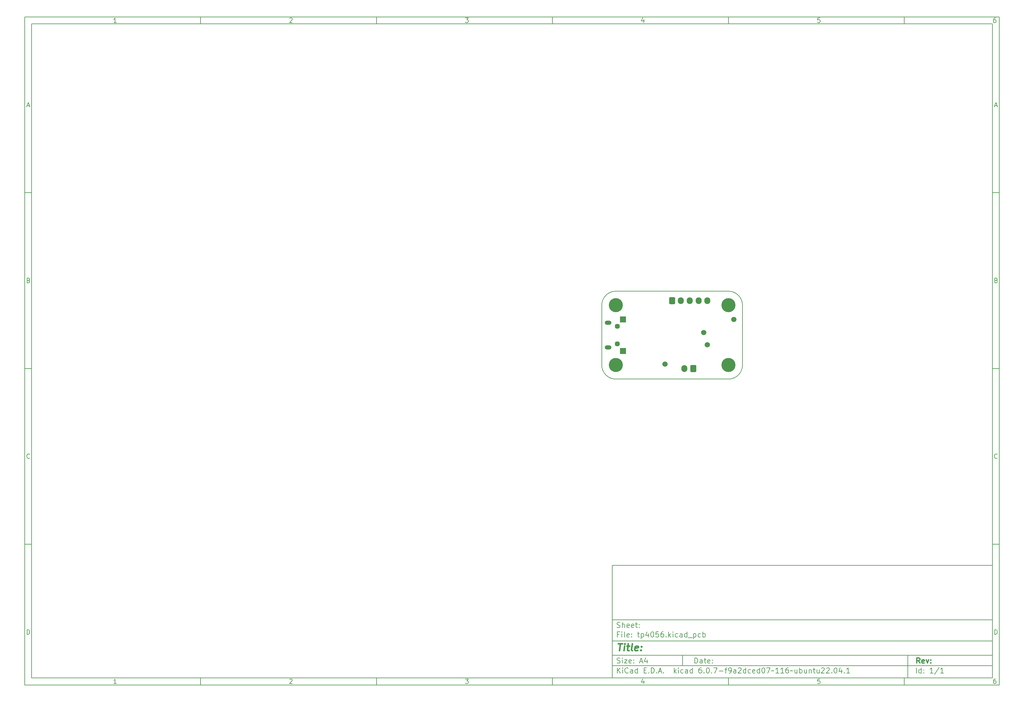
<source format=gbr>
%TF.GenerationSoftware,KiCad,Pcbnew,6.0.7-f9a2dced07~116~ubuntu22.04.1*%
%TF.CreationDate,2022-09-07T10:58:27-03:00*%
%TF.ProjectId,tp4056,74703430-3536-42e6-9b69-6361645f7063,rev?*%
%TF.SameCoordinates,Original*%
%TF.FileFunction,Soldermask,Bot*%
%TF.FilePolarity,Negative*%
%FSLAX46Y46*%
G04 Gerber Fmt 4.6, Leading zero omitted, Abs format (unit mm)*
G04 Created by KiCad (PCBNEW 6.0.7-f9a2dced07~116~ubuntu22.04.1) date 2022-09-07 10:58:27*
%MOMM*%
%LPD*%
G01*
G04 APERTURE LIST*
G04 Aperture macros list*
%AMRoundRect*
0 Rectangle with rounded corners*
0 $1 Rounding radius*
0 $2 $3 $4 $5 $6 $7 $8 $9 X,Y pos of 4 corners*
0 Add a 4 corners polygon primitive as box body*
4,1,4,$2,$3,$4,$5,$6,$7,$8,$9,$2,$3,0*
0 Add four circle primitives for the rounded corners*
1,1,$1+$1,$2,$3*
1,1,$1+$1,$4,$5*
1,1,$1+$1,$6,$7*
1,1,$1+$1,$8,$9*
0 Add four rect primitives between the rounded corners*
20,1,$1+$1,$2,$3,$4,$5,0*
20,1,$1+$1,$4,$5,$6,$7,0*
20,1,$1+$1,$6,$7,$8,$9,0*
20,1,$1+$1,$8,$9,$2,$3,0*%
G04 Aperture macros list end*
%ADD10C,0.100000*%
%ADD11C,0.150000*%
%ADD12C,0.300000*%
%ADD13C,0.400000*%
%TA.AperFunction,Profile*%
%ADD14C,0.150000*%
%TD*%
%ADD15O,1.900000X1.200000*%
%ADD16C,1.450000*%
%ADD17RoundRect,0.250000X-0.600000X-0.725000X0.600000X-0.725000X0.600000X0.725000X-0.600000X0.725000X0*%
%ADD18O,1.700000X1.950000*%
%ADD19R,1.700000X1.700000*%
%ADD20RoundRect,0.250000X0.600000X0.750000X-0.600000X0.750000X-0.600000X-0.750000X0.600000X-0.750000X0*%
%ADD21O,1.700000X2.000000*%
%ADD22C,4.000000*%
%ADD23C,1.500000*%
G04 APERTURE END LIST*
D10*
D11*
X177002200Y-166007200D02*
X177002200Y-198007200D01*
X285002200Y-198007200D01*
X285002200Y-166007200D01*
X177002200Y-166007200D01*
D10*
D11*
X10000000Y-10000000D02*
X10000000Y-200007200D01*
X287002200Y-200007200D01*
X287002200Y-10000000D01*
X10000000Y-10000000D01*
D10*
D11*
X12000000Y-12000000D02*
X12000000Y-198007200D01*
X285002200Y-198007200D01*
X285002200Y-12000000D01*
X12000000Y-12000000D01*
D10*
D11*
X60000000Y-12000000D02*
X60000000Y-10000000D01*
D10*
D11*
X110000000Y-12000000D02*
X110000000Y-10000000D01*
D10*
D11*
X160000000Y-12000000D02*
X160000000Y-10000000D01*
D10*
D11*
X210000000Y-12000000D02*
X210000000Y-10000000D01*
D10*
D11*
X260000000Y-12000000D02*
X260000000Y-10000000D01*
D10*
D11*
X36065476Y-11588095D02*
X35322619Y-11588095D01*
X35694047Y-11588095D02*
X35694047Y-10288095D01*
X35570238Y-10473809D01*
X35446428Y-10597619D01*
X35322619Y-10659523D01*
D10*
D11*
X85322619Y-10411904D02*
X85384523Y-10350000D01*
X85508333Y-10288095D01*
X85817857Y-10288095D01*
X85941666Y-10350000D01*
X86003571Y-10411904D01*
X86065476Y-10535714D01*
X86065476Y-10659523D01*
X86003571Y-10845238D01*
X85260714Y-11588095D01*
X86065476Y-11588095D01*
D10*
D11*
X135260714Y-10288095D02*
X136065476Y-10288095D01*
X135632142Y-10783333D01*
X135817857Y-10783333D01*
X135941666Y-10845238D01*
X136003571Y-10907142D01*
X136065476Y-11030952D01*
X136065476Y-11340476D01*
X136003571Y-11464285D01*
X135941666Y-11526190D01*
X135817857Y-11588095D01*
X135446428Y-11588095D01*
X135322619Y-11526190D01*
X135260714Y-11464285D01*
D10*
D11*
X185941666Y-10721428D02*
X185941666Y-11588095D01*
X185632142Y-10226190D02*
X185322619Y-11154761D01*
X186127380Y-11154761D01*
D10*
D11*
X236003571Y-10288095D02*
X235384523Y-10288095D01*
X235322619Y-10907142D01*
X235384523Y-10845238D01*
X235508333Y-10783333D01*
X235817857Y-10783333D01*
X235941666Y-10845238D01*
X236003571Y-10907142D01*
X236065476Y-11030952D01*
X236065476Y-11340476D01*
X236003571Y-11464285D01*
X235941666Y-11526190D01*
X235817857Y-11588095D01*
X235508333Y-11588095D01*
X235384523Y-11526190D01*
X235322619Y-11464285D01*
D10*
D11*
X285941666Y-10288095D02*
X285694047Y-10288095D01*
X285570238Y-10350000D01*
X285508333Y-10411904D01*
X285384523Y-10597619D01*
X285322619Y-10845238D01*
X285322619Y-11340476D01*
X285384523Y-11464285D01*
X285446428Y-11526190D01*
X285570238Y-11588095D01*
X285817857Y-11588095D01*
X285941666Y-11526190D01*
X286003571Y-11464285D01*
X286065476Y-11340476D01*
X286065476Y-11030952D01*
X286003571Y-10907142D01*
X285941666Y-10845238D01*
X285817857Y-10783333D01*
X285570238Y-10783333D01*
X285446428Y-10845238D01*
X285384523Y-10907142D01*
X285322619Y-11030952D01*
D10*
D11*
X60000000Y-198007200D02*
X60000000Y-200007200D01*
D10*
D11*
X110000000Y-198007200D02*
X110000000Y-200007200D01*
D10*
D11*
X160000000Y-198007200D02*
X160000000Y-200007200D01*
D10*
D11*
X210000000Y-198007200D02*
X210000000Y-200007200D01*
D10*
D11*
X260000000Y-198007200D02*
X260000000Y-200007200D01*
D10*
D11*
X36065476Y-199595295D02*
X35322619Y-199595295D01*
X35694047Y-199595295D02*
X35694047Y-198295295D01*
X35570238Y-198481009D01*
X35446428Y-198604819D01*
X35322619Y-198666723D01*
D10*
D11*
X85322619Y-198419104D02*
X85384523Y-198357200D01*
X85508333Y-198295295D01*
X85817857Y-198295295D01*
X85941666Y-198357200D01*
X86003571Y-198419104D01*
X86065476Y-198542914D01*
X86065476Y-198666723D01*
X86003571Y-198852438D01*
X85260714Y-199595295D01*
X86065476Y-199595295D01*
D10*
D11*
X135260714Y-198295295D02*
X136065476Y-198295295D01*
X135632142Y-198790533D01*
X135817857Y-198790533D01*
X135941666Y-198852438D01*
X136003571Y-198914342D01*
X136065476Y-199038152D01*
X136065476Y-199347676D01*
X136003571Y-199471485D01*
X135941666Y-199533390D01*
X135817857Y-199595295D01*
X135446428Y-199595295D01*
X135322619Y-199533390D01*
X135260714Y-199471485D01*
D10*
D11*
X185941666Y-198728628D02*
X185941666Y-199595295D01*
X185632142Y-198233390D02*
X185322619Y-199161961D01*
X186127380Y-199161961D01*
D10*
D11*
X236003571Y-198295295D02*
X235384523Y-198295295D01*
X235322619Y-198914342D01*
X235384523Y-198852438D01*
X235508333Y-198790533D01*
X235817857Y-198790533D01*
X235941666Y-198852438D01*
X236003571Y-198914342D01*
X236065476Y-199038152D01*
X236065476Y-199347676D01*
X236003571Y-199471485D01*
X235941666Y-199533390D01*
X235817857Y-199595295D01*
X235508333Y-199595295D01*
X235384523Y-199533390D01*
X235322619Y-199471485D01*
D10*
D11*
X285941666Y-198295295D02*
X285694047Y-198295295D01*
X285570238Y-198357200D01*
X285508333Y-198419104D01*
X285384523Y-198604819D01*
X285322619Y-198852438D01*
X285322619Y-199347676D01*
X285384523Y-199471485D01*
X285446428Y-199533390D01*
X285570238Y-199595295D01*
X285817857Y-199595295D01*
X285941666Y-199533390D01*
X286003571Y-199471485D01*
X286065476Y-199347676D01*
X286065476Y-199038152D01*
X286003571Y-198914342D01*
X285941666Y-198852438D01*
X285817857Y-198790533D01*
X285570238Y-198790533D01*
X285446428Y-198852438D01*
X285384523Y-198914342D01*
X285322619Y-199038152D01*
D10*
D11*
X10000000Y-60000000D02*
X12000000Y-60000000D01*
D10*
D11*
X10000000Y-110000000D02*
X12000000Y-110000000D01*
D10*
D11*
X10000000Y-160000000D02*
X12000000Y-160000000D01*
D10*
D11*
X10690476Y-35216666D02*
X11309523Y-35216666D01*
X10566666Y-35588095D02*
X11000000Y-34288095D01*
X11433333Y-35588095D01*
D10*
D11*
X11092857Y-84907142D02*
X11278571Y-84969047D01*
X11340476Y-85030952D01*
X11402380Y-85154761D01*
X11402380Y-85340476D01*
X11340476Y-85464285D01*
X11278571Y-85526190D01*
X11154761Y-85588095D01*
X10659523Y-85588095D01*
X10659523Y-84288095D01*
X11092857Y-84288095D01*
X11216666Y-84350000D01*
X11278571Y-84411904D01*
X11340476Y-84535714D01*
X11340476Y-84659523D01*
X11278571Y-84783333D01*
X11216666Y-84845238D01*
X11092857Y-84907142D01*
X10659523Y-84907142D01*
D10*
D11*
X11402380Y-135464285D02*
X11340476Y-135526190D01*
X11154761Y-135588095D01*
X11030952Y-135588095D01*
X10845238Y-135526190D01*
X10721428Y-135402380D01*
X10659523Y-135278571D01*
X10597619Y-135030952D01*
X10597619Y-134845238D01*
X10659523Y-134597619D01*
X10721428Y-134473809D01*
X10845238Y-134350000D01*
X11030952Y-134288095D01*
X11154761Y-134288095D01*
X11340476Y-134350000D01*
X11402380Y-134411904D01*
D10*
D11*
X10659523Y-185588095D02*
X10659523Y-184288095D01*
X10969047Y-184288095D01*
X11154761Y-184350000D01*
X11278571Y-184473809D01*
X11340476Y-184597619D01*
X11402380Y-184845238D01*
X11402380Y-185030952D01*
X11340476Y-185278571D01*
X11278571Y-185402380D01*
X11154761Y-185526190D01*
X10969047Y-185588095D01*
X10659523Y-185588095D01*
D10*
D11*
X287002200Y-60000000D02*
X285002200Y-60000000D01*
D10*
D11*
X287002200Y-110000000D02*
X285002200Y-110000000D01*
D10*
D11*
X287002200Y-160000000D02*
X285002200Y-160000000D01*
D10*
D11*
X285692676Y-35216666D02*
X286311723Y-35216666D01*
X285568866Y-35588095D02*
X286002200Y-34288095D01*
X286435533Y-35588095D01*
D10*
D11*
X286095057Y-84907142D02*
X286280771Y-84969047D01*
X286342676Y-85030952D01*
X286404580Y-85154761D01*
X286404580Y-85340476D01*
X286342676Y-85464285D01*
X286280771Y-85526190D01*
X286156961Y-85588095D01*
X285661723Y-85588095D01*
X285661723Y-84288095D01*
X286095057Y-84288095D01*
X286218866Y-84350000D01*
X286280771Y-84411904D01*
X286342676Y-84535714D01*
X286342676Y-84659523D01*
X286280771Y-84783333D01*
X286218866Y-84845238D01*
X286095057Y-84907142D01*
X285661723Y-84907142D01*
D10*
D11*
X286404580Y-135464285D02*
X286342676Y-135526190D01*
X286156961Y-135588095D01*
X286033152Y-135588095D01*
X285847438Y-135526190D01*
X285723628Y-135402380D01*
X285661723Y-135278571D01*
X285599819Y-135030952D01*
X285599819Y-134845238D01*
X285661723Y-134597619D01*
X285723628Y-134473809D01*
X285847438Y-134350000D01*
X286033152Y-134288095D01*
X286156961Y-134288095D01*
X286342676Y-134350000D01*
X286404580Y-134411904D01*
D10*
D11*
X285661723Y-185588095D02*
X285661723Y-184288095D01*
X285971247Y-184288095D01*
X286156961Y-184350000D01*
X286280771Y-184473809D01*
X286342676Y-184597619D01*
X286404580Y-184845238D01*
X286404580Y-185030952D01*
X286342676Y-185278571D01*
X286280771Y-185402380D01*
X286156961Y-185526190D01*
X285971247Y-185588095D01*
X285661723Y-185588095D01*
D10*
D11*
X200434342Y-193785771D02*
X200434342Y-192285771D01*
X200791485Y-192285771D01*
X201005771Y-192357200D01*
X201148628Y-192500057D01*
X201220057Y-192642914D01*
X201291485Y-192928628D01*
X201291485Y-193142914D01*
X201220057Y-193428628D01*
X201148628Y-193571485D01*
X201005771Y-193714342D01*
X200791485Y-193785771D01*
X200434342Y-193785771D01*
X202577200Y-193785771D02*
X202577200Y-193000057D01*
X202505771Y-192857200D01*
X202362914Y-192785771D01*
X202077200Y-192785771D01*
X201934342Y-192857200D01*
X202577200Y-193714342D02*
X202434342Y-193785771D01*
X202077200Y-193785771D01*
X201934342Y-193714342D01*
X201862914Y-193571485D01*
X201862914Y-193428628D01*
X201934342Y-193285771D01*
X202077200Y-193214342D01*
X202434342Y-193214342D01*
X202577200Y-193142914D01*
X203077200Y-192785771D02*
X203648628Y-192785771D01*
X203291485Y-192285771D02*
X203291485Y-193571485D01*
X203362914Y-193714342D01*
X203505771Y-193785771D01*
X203648628Y-193785771D01*
X204720057Y-193714342D02*
X204577200Y-193785771D01*
X204291485Y-193785771D01*
X204148628Y-193714342D01*
X204077200Y-193571485D01*
X204077200Y-193000057D01*
X204148628Y-192857200D01*
X204291485Y-192785771D01*
X204577200Y-192785771D01*
X204720057Y-192857200D01*
X204791485Y-193000057D01*
X204791485Y-193142914D01*
X204077200Y-193285771D01*
X205434342Y-193642914D02*
X205505771Y-193714342D01*
X205434342Y-193785771D01*
X205362914Y-193714342D01*
X205434342Y-193642914D01*
X205434342Y-193785771D01*
X205434342Y-192857200D02*
X205505771Y-192928628D01*
X205434342Y-193000057D01*
X205362914Y-192928628D01*
X205434342Y-192857200D01*
X205434342Y-193000057D01*
D10*
D11*
X177002200Y-194507200D02*
X285002200Y-194507200D01*
D10*
D11*
X178434342Y-196585771D02*
X178434342Y-195085771D01*
X179291485Y-196585771D02*
X178648628Y-195728628D01*
X179291485Y-195085771D02*
X178434342Y-195942914D01*
X179934342Y-196585771D02*
X179934342Y-195585771D01*
X179934342Y-195085771D02*
X179862914Y-195157200D01*
X179934342Y-195228628D01*
X180005771Y-195157200D01*
X179934342Y-195085771D01*
X179934342Y-195228628D01*
X181505771Y-196442914D02*
X181434342Y-196514342D01*
X181220057Y-196585771D01*
X181077200Y-196585771D01*
X180862914Y-196514342D01*
X180720057Y-196371485D01*
X180648628Y-196228628D01*
X180577200Y-195942914D01*
X180577200Y-195728628D01*
X180648628Y-195442914D01*
X180720057Y-195300057D01*
X180862914Y-195157200D01*
X181077200Y-195085771D01*
X181220057Y-195085771D01*
X181434342Y-195157200D01*
X181505771Y-195228628D01*
X182791485Y-196585771D02*
X182791485Y-195800057D01*
X182720057Y-195657200D01*
X182577200Y-195585771D01*
X182291485Y-195585771D01*
X182148628Y-195657200D01*
X182791485Y-196514342D02*
X182648628Y-196585771D01*
X182291485Y-196585771D01*
X182148628Y-196514342D01*
X182077200Y-196371485D01*
X182077200Y-196228628D01*
X182148628Y-196085771D01*
X182291485Y-196014342D01*
X182648628Y-196014342D01*
X182791485Y-195942914D01*
X184148628Y-196585771D02*
X184148628Y-195085771D01*
X184148628Y-196514342D02*
X184005771Y-196585771D01*
X183720057Y-196585771D01*
X183577200Y-196514342D01*
X183505771Y-196442914D01*
X183434342Y-196300057D01*
X183434342Y-195871485D01*
X183505771Y-195728628D01*
X183577200Y-195657200D01*
X183720057Y-195585771D01*
X184005771Y-195585771D01*
X184148628Y-195657200D01*
X186005771Y-195800057D02*
X186505771Y-195800057D01*
X186720057Y-196585771D02*
X186005771Y-196585771D01*
X186005771Y-195085771D01*
X186720057Y-195085771D01*
X187362914Y-196442914D02*
X187434342Y-196514342D01*
X187362914Y-196585771D01*
X187291485Y-196514342D01*
X187362914Y-196442914D01*
X187362914Y-196585771D01*
X188077200Y-196585771D02*
X188077200Y-195085771D01*
X188434342Y-195085771D01*
X188648628Y-195157200D01*
X188791485Y-195300057D01*
X188862914Y-195442914D01*
X188934342Y-195728628D01*
X188934342Y-195942914D01*
X188862914Y-196228628D01*
X188791485Y-196371485D01*
X188648628Y-196514342D01*
X188434342Y-196585771D01*
X188077200Y-196585771D01*
X189577200Y-196442914D02*
X189648628Y-196514342D01*
X189577200Y-196585771D01*
X189505771Y-196514342D01*
X189577200Y-196442914D01*
X189577200Y-196585771D01*
X190220057Y-196157200D02*
X190934342Y-196157200D01*
X190077200Y-196585771D02*
X190577200Y-195085771D01*
X191077200Y-196585771D01*
X191577200Y-196442914D02*
X191648628Y-196514342D01*
X191577200Y-196585771D01*
X191505771Y-196514342D01*
X191577200Y-196442914D01*
X191577200Y-196585771D01*
X194577200Y-196585771D02*
X194577200Y-195085771D01*
X194720057Y-196014342D02*
X195148628Y-196585771D01*
X195148628Y-195585771D02*
X194577200Y-196157200D01*
X195791485Y-196585771D02*
X195791485Y-195585771D01*
X195791485Y-195085771D02*
X195720057Y-195157200D01*
X195791485Y-195228628D01*
X195862914Y-195157200D01*
X195791485Y-195085771D01*
X195791485Y-195228628D01*
X197148628Y-196514342D02*
X197005771Y-196585771D01*
X196720057Y-196585771D01*
X196577200Y-196514342D01*
X196505771Y-196442914D01*
X196434342Y-196300057D01*
X196434342Y-195871485D01*
X196505771Y-195728628D01*
X196577200Y-195657200D01*
X196720057Y-195585771D01*
X197005771Y-195585771D01*
X197148628Y-195657200D01*
X198434342Y-196585771D02*
X198434342Y-195800057D01*
X198362914Y-195657200D01*
X198220057Y-195585771D01*
X197934342Y-195585771D01*
X197791485Y-195657200D01*
X198434342Y-196514342D02*
X198291485Y-196585771D01*
X197934342Y-196585771D01*
X197791485Y-196514342D01*
X197720057Y-196371485D01*
X197720057Y-196228628D01*
X197791485Y-196085771D01*
X197934342Y-196014342D01*
X198291485Y-196014342D01*
X198434342Y-195942914D01*
X199791485Y-196585771D02*
X199791485Y-195085771D01*
X199791485Y-196514342D02*
X199648628Y-196585771D01*
X199362914Y-196585771D01*
X199220057Y-196514342D01*
X199148628Y-196442914D01*
X199077200Y-196300057D01*
X199077200Y-195871485D01*
X199148628Y-195728628D01*
X199220057Y-195657200D01*
X199362914Y-195585771D01*
X199648628Y-195585771D01*
X199791485Y-195657200D01*
X202291485Y-195085771D02*
X202005771Y-195085771D01*
X201862914Y-195157200D01*
X201791485Y-195228628D01*
X201648628Y-195442914D01*
X201577200Y-195728628D01*
X201577200Y-196300057D01*
X201648628Y-196442914D01*
X201720057Y-196514342D01*
X201862914Y-196585771D01*
X202148628Y-196585771D01*
X202291485Y-196514342D01*
X202362914Y-196442914D01*
X202434342Y-196300057D01*
X202434342Y-195942914D01*
X202362914Y-195800057D01*
X202291485Y-195728628D01*
X202148628Y-195657200D01*
X201862914Y-195657200D01*
X201720057Y-195728628D01*
X201648628Y-195800057D01*
X201577200Y-195942914D01*
X203077200Y-196442914D02*
X203148628Y-196514342D01*
X203077200Y-196585771D01*
X203005771Y-196514342D01*
X203077200Y-196442914D01*
X203077200Y-196585771D01*
X204077200Y-195085771D02*
X204220057Y-195085771D01*
X204362914Y-195157200D01*
X204434342Y-195228628D01*
X204505771Y-195371485D01*
X204577200Y-195657200D01*
X204577200Y-196014342D01*
X204505771Y-196300057D01*
X204434342Y-196442914D01*
X204362914Y-196514342D01*
X204220057Y-196585771D01*
X204077200Y-196585771D01*
X203934342Y-196514342D01*
X203862914Y-196442914D01*
X203791485Y-196300057D01*
X203720057Y-196014342D01*
X203720057Y-195657200D01*
X203791485Y-195371485D01*
X203862914Y-195228628D01*
X203934342Y-195157200D01*
X204077200Y-195085771D01*
X205220057Y-196442914D02*
X205291485Y-196514342D01*
X205220057Y-196585771D01*
X205148628Y-196514342D01*
X205220057Y-196442914D01*
X205220057Y-196585771D01*
X205791485Y-195085771D02*
X206791485Y-195085771D01*
X206148628Y-196585771D01*
X207362914Y-196014342D02*
X208505771Y-196014342D01*
X209005771Y-195585771D02*
X209577200Y-195585771D01*
X209220057Y-196585771D02*
X209220057Y-195300057D01*
X209291485Y-195157200D01*
X209434342Y-195085771D01*
X209577200Y-195085771D01*
X210148628Y-196585771D02*
X210434342Y-196585771D01*
X210577200Y-196514342D01*
X210648628Y-196442914D01*
X210791485Y-196228628D01*
X210862914Y-195942914D01*
X210862914Y-195371485D01*
X210791485Y-195228628D01*
X210720057Y-195157200D01*
X210577200Y-195085771D01*
X210291485Y-195085771D01*
X210148628Y-195157200D01*
X210077200Y-195228628D01*
X210005771Y-195371485D01*
X210005771Y-195728628D01*
X210077200Y-195871485D01*
X210148628Y-195942914D01*
X210291485Y-196014342D01*
X210577200Y-196014342D01*
X210720057Y-195942914D01*
X210791485Y-195871485D01*
X210862914Y-195728628D01*
X212148628Y-196585771D02*
X212148628Y-195800057D01*
X212077200Y-195657200D01*
X211934342Y-195585771D01*
X211648628Y-195585771D01*
X211505771Y-195657200D01*
X212148628Y-196514342D02*
X212005771Y-196585771D01*
X211648628Y-196585771D01*
X211505771Y-196514342D01*
X211434342Y-196371485D01*
X211434342Y-196228628D01*
X211505771Y-196085771D01*
X211648628Y-196014342D01*
X212005771Y-196014342D01*
X212148628Y-195942914D01*
X212791485Y-195228628D02*
X212862914Y-195157200D01*
X213005771Y-195085771D01*
X213362914Y-195085771D01*
X213505771Y-195157200D01*
X213577200Y-195228628D01*
X213648628Y-195371485D01*
X213648628Y-195514342D01*
X213577200Y-195728628D01*
X212720057Y-196585771D01*
X213648628Y-196585771D01*
X214934342Y-196585771D02*
X214934342Y-195085771D01*
X214934342Y-196514342D02*
X214791485Y-196585771D01*
X214505771Y-196585771D01*
X214362914Y-196514342D01*
X214291485Y-196442914D01*
X214220057Y-196300057D01*
X214220057Y-195871485D01*
X214291485Y-195728628D01*
X214362914Y-195657200D01*
X214505771Y-195585771D01*
X214791485Y-195585771D01*
X214934342Y-195657200D01*
X216291485Y-196514342D02*
X216148628Y-196585771D01*
X215862914Y-196585771D01*
X215720057Y-196514342D01*
X215648628Y-196442914D01*
X215577200Y-196300057D01*
X215577200Y-195871485D01*
X215648628Y-195728628D01*
X215720057Y-195657200D01*
X215862914Y-195585771D01*
X216148628Y-195585771D01*
X216291485Y-195657200D01*
X217505771Y-196514342D02*
X217362914Y-196585771D01*
X217077200Y-196585771D01*
X216934342Y-196514342D01*
X216862914Y-196371485D01*
X216862914Y-195800057D01*
X216934342Y-195657200D01*
X217077200Y-195585771D01*
X217362914Y-195585771D01*
X217505771Y-195657200D01*
X217577200Y-195800057D01*
X217577200Y-195942914D01*
X216862914Y-196085771D01*
X218862914Y-196585771D02*
X218862914Y-195085771D01*
X218862914Y-196514342D02*
X218720057Y-196585771D01*
X218434342Y-196585771D01*
X218291485Y-196514342D01*
X218220057Y-196442914D01*
X218148628Y-196300057D01*
X218148628Y-195871485D01*
X218220057Y-195728628D01*
X218291485Y-195657200D01*
X218434342Y-195585771D01*
X218720057Y-195585771D01*
X218862914Y-195657200D01*
X219862914Y-195085771D02*
X220005771Y-195085771D01*
X220148628Y-195157200D01*
X220220057Y-195228628D01*
X220291485Y-195371485D01*
X220362914Y-195657200D01*
X220362914Y-196014342D01*
X220291485Y-196300057D01*
X220220057Y-196442914D01*
X220148628Y-196514342D01*
X220005771Y-196585771D01*
X219862914Y-196585771D01*
X219720057Y-196514342D01*
X219648628Y-196442914D01*
X219577200Y-196300057D01*
X219505771Y-196014342D01*
X219505771Y-195657200D01*
X219577200Y-195371485D01*
X219648628Y-195228628D01*
X219720057Y-195157200D01*
X219862914Y-195085771D01*
X220862914Y-195085771D02*
X221862914Y-195085771D01*
X221220057Y-196585771D01*
X222220057Y-196014342D02*
X222291485Y-195942914D01*
X222434342Y-195871485D01*
X222720057Y-196014342D01*
X222862914Y-195942914D01*
X222934342Y-195871485D01*
X224291485Y-196585771D02*
X223434342Y-196585771D01*
X223862914Y-196585771D02*
X223862914Y-195085771D01*
X223720057Y-195300057D01*
X223577200Y-195442914D01*
X223434342Y-195514342D01*
X225720057Y-196585771D02*
X224862914Y-196585771D01*
X225291485Y-196585771D02*
X225291485Y-195085771D01*
X225148628Y-195300057D01*
X225005771Y-195442914D01*
X224862914Y-195514342D01*
X227005771Y-195085771D02*
X226720057Y-195085771D01*
X226577200Y-195157200D01*
X226505771Y-195228628D01*
X226362914Y-195442914D01*
X226291485Y-195728628D01*
X226291485Y-196300057D01*
X226362914Y-196442914D01*
X226434342Y-196514342D01*
X226577200Y-196585771D01*
X226862914Y-196585771D01*
X227005771Y-196514342D01*
X227077200Y-196442914D01*
X227148628Y-196300057D01*
X227148628Y-195942914D01*
X227077200Y-195800057D01*
X227005771Y-195728628D01*
X226862914Y-195657200D01*
X226577200Y-195657200D01*
X226434342Y-195728628D01*
X226362914Y-195800057D01*
X226291485Y-195942914D01*
X227577199Y-196014342D02*
X227648628Y-195942914D01*
X227791485Y-195871485D01*
X228077199Y-196014342D01*
X228220057Y-195942914D01*
X228291485Y-195871485D01*
X229505771Y-195585771D02*
X229505771Y-196585771D01*
X228862914Y-195585771D02*
X228862914Y-196371485D01*
X228934342Y-196514342D01*
X229077200Y-196585771D01*
X229291485Y-196585771D01*
X229434342Y-196514342D01*
X229505771Y-196442914D01*
X230220057Y-196585771D02*
X230220057Y-195085771D01*
X230220057Y-195657200D02*
X230362914Y-195585771D01*
X230648628Y-195585771D01*
X230791485Y-195657200D01*
X230862914Y-195728628D01*
X230934342Y-195871485D01*
X230934342Y-196300057D01*
X230862914Y-196442914D01*
X230791485Y-196514342D01*
X230648628Y-196585771D01*
X230362914Y-196585771D01*
X230220057Y-196514342D01*
X232220057Y-195585771D02*
X232220057Y-196585771D01*
X231577200Y-195585771D02*
X231577200Y-196371485D01*
X231648628Y-196514342D01*
X231791485Y-196585771D01*
X232005771Y-196585771D01*
X232148628Y-196514342D01*
X232220057Y-196442914D01*
X232934342Y-195585771D02*
X232934342Y-196585771D01*
X232934342Y-195728628D02*
X233005771Y-195657200D01*
X233148628Y-195585771D01*
X233362914Y-195585771D01*
X233505771Y-195657200D01*
X233577200Y-195800057D01*
X233577200Y-196585771D01*
X234077200Y-195585771D02*
X234648628Y-195585771D01*
X234291485Y-195085771D02*
X234291485Y-196371485D01*
X234362914Y-196514342D01*
X234505771Y-196585771D01*
X234648628Y-196585771D01*
X235791485Y-195585771D02*
X235791485Y-196585771D01*
X235148628Y-195585771D02*
X235148628Y-196371485D01*
X235220057Y-196514342D01*
X235362914Y-196585771D01*
X235577200Y-196585771D01*
X235720057Y-196514342D01*
X235791485Y-196442914D01*
X236434342Y-195228628D02*
X236505771Y-195157200D01*
X236648628Y-195085771D01*
X237005771Y-195085771D01*
X237148628Y-195157200D01*
X237220057Y-195228628D01*
X237291485Y-195371485D01*
X237291485Y-195514342D01*
X237220057Y-195728628D01*
X236362914Y-196585771D01*
X237291485Y-196585771D01*
X237862914Y-195228628D02*
X237934342Y-195157200D01*
X238077200Y-195085771D01*
X238434342Y-195085771D01*
X238577200Y-195157200D01*
X238648628Y-195228628D01*
X238720057Y-195371485D01*
X238720057Y-195514342D01*
X238648628Y-195728628D01*
X237791485Y-196585771D01*
X238720057Y-196585771D01*
X239362914Y-196442914D02*
X239434342Y-196514342D01*
X239362914Y-196585771D01*
X239291485Y-196514342D01*
X239362914Y-196442914D01*
X239362914Y-196585771D01*
X240362914Y-195085771D02*
X240505771Y-195085771D01*
X240648628Y-195157200D01*
X240720057Y-195228628D01*
X240791485Y-195371485D01*
X240862914Y-195657200D01*
X240862914Y-196014342D01*
X240791485Y-196300057D01*
X240720057Y-196442914D01*
X240648628Y-196514342D01*
X240505771Y-196585771D01*
X240362914Y-196585771D01*
X240220057Y-196514342D01*
X240148628Y-196442914D01*
X240077200Y-196300057D01*
X240005771Y-196014342D01*
X240005771Y-195657200D01*
X240077200Y-195371485D01*
X240148628Y-195228628D01*
X240220057Y-195157200D01*
X240362914Y-195085771D01*
X242148628Y-195585771D02*
X242148628Y-196585771D01*
X241791485Y-195014342D02*
X241434342Y-196085771D01*
X242362914Y-196085771D01*
X242934342Y-196442914D02*
X243005771Y-196514342D01*
X242934342Y-196585771D01*
X242862914Y-196514342D01*
X242934342Y-196442914D01*
X242934342Y-196585771D01*
X244434342Y-196585771D02*
X243577199Y-196585771D01*
X244005771Y-196585771D02*
X244005771Y-195085771D01*
X243862914Y-195300057D01*
X243720057Y-195442914D01*
X243577199Y-195514342D01*
D10*
D11*
X177002200Y-191507200D02*
X285002200Y-191507200D01*
D10*
D12*
X264411485Y-193785771D02*
X263911485Y-193071485D01*
X263554342Y-193785771D02*
X263554342Y-192285771D01*
X264125771Y-192285771D01*
X264268628Y-192357200D01*
X264340057Y-192428628D01*
X264411485Y-192571485D01*
X264411485Y-192785771D01*
X264340057Y-192928628D01*
X264268628Y-193000057D01*
X264125771Y-193071485D01*
X263554342Y-193071485D01*
X265625771Y-193714342D02*
X265482914Y-193785771D01*
X265197200Y-193785771D01*
X265054342Y-193714342D01*
X264982914Y-193571485D01*
X264982914Y-193000057D01*
X265054342Y-192857200D01*
X265197200Y-192785771D01*
X265482914Y-192785771D01*
X265625771Y-192857200D01*
X265697200Y-193000057D01*
X265697200Y-193142914D01*
X264982914Y-193285771D01*
X266197200Y-192785771D02*
X266554342Y-193785771D01*
X266911485Y-192785771D01*
X267482914Y-193642914D02*
X267554342Y-193714342D01*
X267482914Y-193785771D01*
X267411485Y-193714342D01*
X267482914Y-193642914D01*
X267482914Y-193785771D01*
X267482914Y-192857200D02*
X267554342Y-192928628D01*
X267482914Y-193000057D01*
X267411485Y-192928628D01*
X267482914Y-192857200D01*
X267482914Y-193000057D01*
D10*
D11*
X178362914Y-193714342D02*
X178577200Y-193785771D01*
X178934342Y-193785771D01*
X179077200Y-193714342D01*
X179148628Y-193642914D01*
X179220057Y-193500057D01*
X179220057Y-193357200D01*
X179148628Y-193214342D01*
X179077200Y-193142914D01*
X178934342Y-193071485D01*
X178648628Y-193000057D01*
X178505771Y-192928628D01*
X178434342Y-192857200D01*
X178362914Y-192714342D01*
X178362914Y-192571485D01*
X178434342Y-192428628D01*
X178505771Y-192357200D01*
X178648628Y-192285771D01*
X179005771Y-192285771D01*
X179220057Y-192357200D01*
X179862914Y-193785771D02*
X179862914Y-192785771D01*
X179862914Y-192285771D02*
X179791485Y-192357200D01*
X179862914Y-192428628D01*
X179934342Y-192357200D01*
X179862914Y-192285771D01*
X179862914Y-192428628D01*
X180434342Y-192785771D02*
X181220057Y-192785771D01*
X180434342Y-193785771D01*
X181220057Y-193785771D01*
X182362914Y-193714342D02*
X182220057Y-193785771D01*
X181934342Y-193785771D01*
X181791485Y-193714342D01*
X181720057Y-193571485D01*
X181720057Y-193000057D01*
X181791485Y-192857200D01*
X181934342Y-192785771D01*
X182220057Y-192785771D01*
X182362914Y-192857200D01*
X182434342Y-193000057D01*
X182434342Y-193142914D01*
X181720057Y-193285771D01*
X183077200Y-193642914D02*
X183148628Y-193714342D01*
X183077200Y-193785771D01*
X183005771Y-193714342D01*
X183077200Y-193642914D01*
X183077200Y-193785771D01*
X183077200Y-192857200D02*
X183148628Y-192928628D01*
X183077200Y-193000057D01*
X183005771Y-192928628D01*
X183077200Y-192857200D01*
X183077200Y-193000057D01*
X184862914Y-193357200D02*
X185577200Y-193357200D01*
X184720057Y-193785771D02*
X185220057Y-192285771D01*
X185720057Y-193785771D01*
X186862914Y-192785771D02*
X186862914Y-193785771D01*
X186505771Y-192214342D02*
X186148628Y-193285771D01*
X187077200Y-193285771D01*
D10*
D11*
X263434342Y-196585771D02*
X263434342Y-195085771D01*
X264791485Y-196585771D02*
X264791485Y-195085771D01*
X264791485Y-196514342D02*
X264648628Y-196585771D01*
X264362914Y-196585771D01*
X264220057Y-196514342D01*
X264148628Y-196442914D01*
X264077200Y-196300057D01*
X264077200Y-195871485D01*
X264148628Y-195728628D01*
X264220057Y-195657200D01*
X264362914Y-195585771D01*
X264648628Y-195585771D01*
X264791485Y-195657200D01*
X265505771Y-196442914D02*
X265577200Y-196514342D01*
X265505771Y-196585771D01*
X265434342Y-196514342D01*
X265505771Y-196442914D01*
X265505771Y-196585771D01*
X265505771Y-195657200D02*
X265577200Y-195728628D01*
X265505771Y-195800057D01*
X265434342Y-195728628D01*
X265505771Y-195657200D01*
X265505771Y-195800057D01*
X268148628Y-196585771D02*
X267291485Y-196585771D01*
X267720057Y-196585771D02*
X267720057Y-195085771D01*
X267577200Y-195300057D01*
X267434342Y-195442914D01*
X267291485Y-195514342D01*
X269862914Y-195014342D02*
X268577200Y-196942914D01*
X271148628Y-196585771D02*
X270291485Y-196585771D01*
X270720057Y-196585771D02*
X270720057Y-195085771D01*
X270577200Y-195300057D01*
X270434342Y-195442914D01*
X270291485Y-195514342D01*
D10*
D11*
X177002200Y-187507200D02*
X285002200Y-187507200D01*
D10*
D13*
X178714580Y-188211961D02*
X179857438Y-188211961D01*
X179036009Y-190211961D02*
X179286009Y-188211961D01*
X180274104Y-190211961D02*
X180440771Y-188878628D01*
X180524104Y-188211961D02*
X180416961Y-188307200D01*
X180500295Y-188402438D01*
X180607438Y-188307200D01*
X180524104Y-188211961D01*
X180500295Y-188402438D01*
X181107438Y-188878628D02*
X181869342Y-188878628D01*
X181476485Y-188211961D02*
X181262200Y-189926247D01*
X181333628Y-190116723D01*
X181512200Y-190211961D01*
X181702676Y-190211961D01*
X182655057Y-190211961D02*
X182476485Y-190116723D01*
X182405057Y-189926247D01*
X182619342Y-188211961D01*
X184190771Y-190116723D02*
X183988390Y-190211961D01*
X183607438Y-190211961D01*
X183428866Y-190116723D01*
X183357438Y-189926247D01*
X183452676Y-189164342D01*
X183571723Y-188973866D01*
X183774104Y-188878628D01*
X184155057Y-188878628D01*
X184333628Y-188973866D01*
X184405057Y-189164342D01*
X184381247Y-189354819D01*
X183405057Y-189545295D01*
X185155057Y-190021485D02*
X185238390Y-190116723D01*
X185131247Y-190211961D01*
X185047914Y-190116723D01*
X185155057Y-190021485D01*
X185131247Y-190211961D01*
X185286009Y-188973866D02*
X185369342Y-189069104D01*
X185262200Y-189164342D01*
X185178866Y-189069104D01*
X185286009Y-188973866D01*
X185262200Y-189164342D01*
D10*
D11*
X178934342Y-185600057D02*
X178434342Y-185600057D01*
X178434342Y-186385771D02*
X178434342Y-184885771D01*
X179148628Y-184885771D01*
X179720057Y-186385771D02*
X179720057Y-185385771D01*
X179720057Y-184885771D02*
X179648628Y-184957200D01*
X179720057Y-185028628D01*
X179791485Y-184957200D01*
X179720057Y-184885771D01*
X179720057Y-185028628D01*
X180648628Y-186385771D02*
X180505771Y-186314342D01*
X180434342Y-186171485D01*
X180434342Y-184885771D01*
X181791485Y-186314342D02*
X181648628Y-186385771D01*
X181362914Y-186385771D01*
X181220057Y-186314342D01*
X181148628Y-186171485D01*
X181148628Y-185600057D01*
X181220057Y-185457200D01*
X181362914Y-185385771D01*
X181648628Y-185385771D01*
X181791485Y-185457200D01*
X181862914Y-185600057D01*
X181862914Y-185742914D01*
X181148628Y-185885771D01*
X182505771Y-186242914D02*
X182577200Y-186314342D01*
X182505771Y-186385771D01*
X182434342Y-186314342D01*
X182505771Y-186242914D01*
X182505771Y-186385771D01*
X182505771Y-185457200D02*
X182577200Y-185528628D01*
X182505771Y-185600057D01*
X182434342Y-185528628D01*
X182505771Y-185457200D01*
X182505771Y-185600057D01*
X184148628Y-185385771D02*
X184720057Y-185385771D01*
X184362914Y-184885771D02*
X184362914Y-186171485D01*
X184434342Y-186314342D01*
X184577200Y-186385771D01*
X184720057Y-186385771D01*
X185220057Y-185385771D02*
X185220057Y-186885771D01*
X185220057Y-185457200D02*
X185362914Y-185385771D01*
X185648628Y-185385771D01*
X185791485Y-185457200D01*
X185862914Y-185528628D01*
X185934342Y-185671485D01*
X185934342Y-186100057D01*
X185862914Y-186242914D01*
X185791485Y-186314342D01*
X185648628Y-186385771D01*
X185362914Y-186385771D01*
X185220057Y-186314342D01*
X187220057Y-185385771D02*
X187220057Y-186385771D01*
X186862914Y-184814342D02*
X186505771Y-185885771D01*
X187434342Y-185885771D01*
X188291485Y-184885771D02*
X188434342Y-184885771D01*
X188577200Y-184957200D01*
X188648628Y-185028628D01*
X188720057Y-185171485D01*
X188791485Y-185457200D01*
X188791485Y-185814342D01*
X188720057Y-186100057D01*
X188648628Y-186242914D01*
X188577200Y-186314342D01*
X188434342Y-186385771D01*
X188291485Y-186385771D01*
X188148628Y-186314342D01*
X188077200Y-186242914D01*
X188005771Y-186100057D01*
X187934342Y-185814342D01*
X187934342Y-185457200D01*
X188005771Y-185171485D01*
X188077200Y-185028628D01*
X188148628Y-184957200D01*
X188291485Y-184885771D01*
X190148628Y-184885771D02*
X189434342Y-184885771D01*
X189362914Y-185600057D01*
X189434342Y-185528628D01*
X189577200Y-185457200D01*
X189934342Y-185457200D01*
X190077200Y-185528628D01*
X190148628Y-185600057D01*
X190220057Y-185742914D01*
X190220057Y-186100057D01*
X190148628Y-186242914D01*
X190077200Y-186314342D01*
X189934342Y-186385771D01*
X189577200Y-186385771D01*
X189434342Y-186314342D01*
X189362914Y-186242914D01*
X191505771Y-184885771D02*
X191220057Y-184885771D01*
X191077200Y-184957200D01*
X191005771Y-185028628D01*
X190862914Y-185242914D01*
X190791485Y-185528628D01*
X190791485Y-186100057D01*
X190862914Y-186242914D01*
X190934342Y-186314342D01*
X191077200Y-186385771D01*
X191362914Y-186385771D01*
X191505771Y-186314342D01*
X191577200Y-186242914D01*
X191648628Y-186100057D01*
X191648628Y-185742914D01*
X191577200Y-185600057D01*
X191505771Y-185528628D01*
X191362914Y-185457200D01*
X191077200Y-185457200D01*
X190934342Y-185528628D01*
X190862914Y-185600057D01*
X190791485Y-185742914D01*
X192291485Y-186242914D02*
X192362914Y-186314342D01*
X192291485Y-186385771D01*
X192220057Y-186314342D01*
X192291485Y-186242914D01*
X192291485Y-186385771D01*
X193005771Y-186385771D02*
X193005771Y-184885771D01*
X193148628Y-185814342D02*
X193577200Y-186385771D01*
X193577200Y-185385771D02*
X193005771Y-185957200D01*
X194220057Y-186385771D02*
X194220057Y-185385771D01*
X194220057Y-184885771D02*
X194148628Y-184957200D01*
X194220057Y-185028628D01*
X194291485Y-184957200D01*
X194220057Y-184885771D01*
X194220057Y-185028628D01*
X195577200Y-186314342D02*
X195434342Y-186385771D01*
X195148628Y-186385771D01*
X195005771Y-186314342D01*
X194934342Y-186242914D01*
X194862914Y-186100057D01*
X194862914Y-185671485D01*
X194934342Y-185528628D01*
X195005771Y-185457200D01*
X195148628Y-185385771D01*
X195434342Y-185385771D01*
X195577200Y-185457200D01*
X196862914Y-186385771D02*
X196862914Y-185600057D01*
X196791485Y-185457200D01*
X196648628Y-185385771D01*
X196362914Y-185385771D01*
X196220057Y-185457200D01*
X196862914Y-186314342D02*
X196720057Y-186385771D01*
X196362914Y-186385771D01*
X196220057Y-186314342D01*
X196148628Y-186171485D01*
X196148628Y-186028628D01*
X196220057Y-185885771D01*
X196362914Y-185814342D01*
X196720057Y-185814342D01*
X196862914Y-185742914D01*
X198220057Y-186385771D02*
X198220057Y-184885771D01*
X198220057Y-186314342D02*
X198077200Y-186385771D01*
X197791485Y-186385771D01*
X197648628Y-186314342D01*
X197577200Y-186242914D01*
X197505771Y-186100057D01*
X197505771Y-185671485D01*
X197577200Y-185528628D01*
X197648628Y-185457200D01*
X197791485Y-185385771D01*
X198077200Y-185385771D01*
X198220057Y-185457200D01*
X198577200Y-186528628D02*
X199720057Y-186528628D01*
X200077200Y-185385771D02*
X200077200Y-186885771D01*
X200077200Y-185457200D02*
X200220057Y-185385771D01*
X200505771Y-185385771D01*
X200648628Y-185457200D01*
X200720057Y-185528628D01*
X200791485Y-185671485D01*
X200791485Y-186100057D01*
X200720057Y-186242914D01*
X200648628Y-186314342D01*
X200505771Y-186385771D01*
X200220057Y-186385771D01*
X200077200Y-186314342D01*
X202077200Y-186314342D02*
X201934342Y-186385771D01*
X201648628Y-186385771D01*
X201505771Y-186314342D01*
X201434342Y-186242914D01*
X201362914Y-186100057D01*
X201362914Y-185671485D01*
X201434342Y-185528628D01*
X201505771Y-185457200D01*
X201648628Y-185385771D01*
X201934342Y-185385771D01*
X202077200Y-185457200D01*
X202720057Y-186385771D02*
X202720057Y-184885771D01*
X202720057Y-185457200D02*
X202862914Y-185385771D01*
X203148628Y-185385771D01*
X203291485Y-185457200D01*
X203362914Y-185528628D01*
X203434342Y-185671485D01*
X203434342Y-186100057D01*
X203362914Y-186242914D01*
X203291485Y-186314342D01*
X203148628Y-186385771D01*
X202862914Y-186385771D01*
X202720057Y-186314342D01*
D10*
D11*
X177002200Y-181507200D02*
X285002200Y-181507200D01*
D10*
D11*
X178362914Y-183614342D02*
X178577200Y-183685771D01*
X178934342Y-183685771D01*
X179077200Y-183614342D01*
X179148628Y-183542914D01*
X179220057Y-183400057D01*
X179220057Y-183257200D01*
X179148628Y-183114342D01*
X179077200Y-183042914D01*
X178934342Y-182971485D01*
X178648628Y-182900057D01*
X178505771Y-182828628D01*
X178434342Y-182757200D01*
X178362914Y-182614342D01*
X178362914Y-182471485D01*
X178434342Y-182328628D01*
X178505771Y-182257200D01*
X178648628Y-182185771D01*
X179005771Y-182185771D01*
X179220057Y-182257200D01*
X179862914Y-183685771D02*
X179862914Y-182185771D01*
X180505771Y-183685771D02*
X180505771Y-182900057D01*
X180434342Y-182757200D01*
X180291485Y-182685771D01*
X180077200Y-182685771D01*
X179934342Y-182757200D01*
X179862914Y-182828628D01*
X181791485Y-183614342D02*
X181648628Y-183685771D01*
X181362914Y-183685771D01*
X181220057Y-183614342D01*
X181148628Y-183471485D01*
X181148628Y-182900057D01*
X181220057Y-182757200D01*
X181362914Y-182685771D01*
X181648628Y-182685771D01*
X181791485Y-182757200D01*
X181862914Y-182900057D01*
X181862914Y-183042914D01*
X181148628Y-183185771D01*
X183077200Y-183614342D02*
X182934342Y-183685771D01*
X182648628Y-183685771D01*
X182505771Y-183614342D01*
X182434342Y-183471485D01*
X182434342Y-182900057D01*
X182505771Y-182757200D01*
X182648628Y-182685771D01*
X182934342Y-182685771D01*
X183077200Y-182757200D01*
X183148628Y-182900057D01*
X183148628Y-183042914D01*
X182434342Y-183185771D01*
X183577200Y-182685771D02*
X184148628Y-182685771D01*
X183791485Y-182185771D02*
X183791485Y-183471485D01*
X183862914Y-183614342D01*
X184005771Y-183685771D01*
X184148628Y-183685771D01*
X184648628Y-183542914D02*
X184720057Y-183614342D01*
X184648628Y-183685771D01*
X184577200Y-183614342D01*
X184648628Y-183542914D01*
X184648628Y-183685771D01*
X184648628Y-182757200D02*
X184720057Y-182828628D01*
X184648628Y-182900057D01*
X184577200Y-182828628D01*
X184648628Y-182757200D01*
X184648628Y-182900057D01*
D10*
D12*
D10*
D11*
D10*
D11*
D10*
D11*
D10*
D11*
D10*
D11*
X197002200Y-191507200D02*
X197002200Y-194507200D01*
D10*
D11*
X261002200Y-191507200D02*
X261002200Y-198007200D01*
D14*
X210000000Y-88000000D02*
X178000000Y-88000000D01*
X214000000Y-109000000D02*
X214000000Y-92000000D01*
X178000000Y-113000000D02*
X210000000Y-113000000D01*
X174000000Y-92000000D02*
X174000000Y-109000000D01*
X214000000Y-92000000D02*
G75*
G03*
X210000000Y-88000000I-4000000J0D01*
G01*
X178000000Y-88000000D02*
G75*
G03*
X174000000Y-92000000I0J-4000000D01*
G01*
X174000000Y-109000000D02*
G75*
G03*
X178000000Y-113000000I4000000J0D01*
G01*
X210000000Y-113000000D02*
G75*
G03*
X214000000Y-109000000I0J4000000D01*
G01*
D15*
X175762500Y-97000000D03*
D16*
X178462500Y-98000000D03*
X178462500Y-103000000D03*
D15*
X175762500Y-104000000D03*
D17*
X194000000Y-90700000D03*
D18*
X196500000Y-90700000D03*
X199000000Y-90700000D03*
X201500000Y-90700000D03*
X204000000Y-90700000D03*
D19*
X180000000Y-96000000D03*
D20*
X200000000Y-110000000D03*
D21*
X197500000Y-110000000D03*
D19*
X180000000Y-105000000D03*
D22*
X210000000Y-109000000D03*
X178000000Y-109000000D03*
X178000000Y-92000000D03*
X210000000Y-92000000D03*
D23*
X192000000Y-108750000D03*
X204000000Y-103250000D03*
X203000000Y-99750000D03*
X211500000Y-96000000D03*
M02*

</source>
